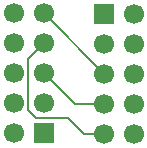
<source format=gtl>
G04 DipTrace 3.0.0.0*
G04 Top.gtl*
%MOIN*%
G04 #@! TF.FileFunction,Copper,L1,Top*
G04 #@! TF.Part,Single*
G04 #@! TA.AperFunction,Conductor*
%ADD13C,0.007874*%
G04 #@! TA.AperFunction,ComponentPad*
%ADD14R,0.066929X0.066929*%
%ADD15C,0.066929*%
%FSLAX26Y26*%
G04*
G70*
G90*
G75*
G01*
G04 Top*
%LPD*%
X552283Y750709D2*
D13*
X499921Y698346D1*
Y529843D1*
X528268Y501496D1*
X632205D1*
X686535Y447165D1*
X753071D1*
X552283Y850709D2*
X753071Y649921D1*
Y647165D1*
X552283Y650709D2*
X655827Y547165D1*
X753071D1*
D14*
X552283Y450709D3*
D15*
X452283D3*
X552283Y550709D3*
X452283D3*
X552283Y650709D3*
X452283D3*
X552283Y750709D3*
X452283D3*
X552283Y850709D3*
X452283D3*
D14*
X753071Y847165D3*
D15*
X853071D3*
X753071Y747165D3*
X853071D3*
X753071Y647165D3*
X853071D3*
X753071Y547165D3*
X853071D3*
X753071Y447165D3*
X853071D3*
M02*

</source>
